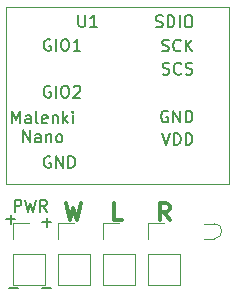
<source format=gto>
G04 #@! TF.GenerationSoftware,KiCad,Pcbnew,(6.0.7)*
G04 #@! TF.CreationDate,2022-08-30T17:39:21-06:00*
G04 #@! TF.ProjectId,malenki-1616-3A,6d616c65-6e6b-4692-9d31-3631362d3341,rev?*
G04 #@! TF.SameCoordinates,Original*
G04 #@! TF.FileFunction,Legend,Top*
G04 #@! TF.FilePolarity,Positive*
%FSLAX46Y46*%
G04 Gerber Fmt 4.6, Leading zero omitted, Abs format (unit mm)*
G04 Created by KiCad (PCBNEW (6.0.7)) date 2022-08-30 17:39:21*
%MOMM*%
%LPD*%
G01*
G04 APERTURE LIST*
%ADD10C,0.150000*%
%ADD11C,0.300000*%
%ADD12C,0.120000*%
%ADD13C,0.100000*%
%ADD14O,2.300000X2.000000*%
%ADD15R,2.200000X1.200000*%
%ADD16C,0.700000*%
%ADD17O,1.500000X0.800000*%
G04 APERTURE END LIST*
D10*
X139573047Y-79827428D02*
X140334952Y-79827428D01*
X139954000Y-80208380D02*
X139954000Y-79446476D01*
X139573047Y-85415428D02*
X140334952Y-85415428D01*
D11*
X146295000Y-79633333D02*
X145628333Y-79633333D01*
X145628333Y-78233333D01*
D10*
X137223666Y-78938380D02*
X137223666Y-77938380D01*
X137604619Y-77938380D01*
X137699857Y-77986000D01*
X137747476Y-78033619D01*
X137795095Y-78128857D01*
X137795095Y-78271714D01*
X137747476Y-78366952D01*
X137699857Y-78414571D01*
X137604619Y-78462190D01*
X137223666Y-78462190D01*
X138128428Y-77938380D02*
X138366523Y-78938380D01*
X138557000Y-78224095D01*
X138747476Y-78938380D01*
X138985571Y-77938380D01*
X139937952Y-78938380D02*
X139604619Y-78462190D01*
X139366523Y-78938380D02*
X139366523Y-77938380D01*
X139747476Y-77938380D01*
X139842714Y-77986000D01*
X139890333Y-78033619D01*
X139937952Y-78128857D01*
X139937952Y-78271714D01*
X139890333Y-78366952D01*
X139842714Y-78414571D01*
X139747476Y-78462190D01*
X139366523Y-78462190D01*
X136779047Y-85415428D02*
X137540952Y-85415428D01*
X136525047Y-79573428D02*
X137286952Y-79573428D01*
X136906000Y-79954380D02*
X136906000Y-79192476D01*
D11*
X150328333Y-79633333D02*
X149861666Y-78966666D01*
X149528333Y-79633333D02*
X149528333Y-78233333D01*
X150061666Y-78233333D01*
X150195000Y-78300000D01*
X150261666Y-78366666D01*
X150328333Y-78500000D01*
X150328333Y-78700000D01*
X150261666Y-78833333D01*
X150195000Y-78900000D01*
X150061666Y-78966666D01*
X149528333Y-78966666D01*
D10*
X137001571Y-71465880D02*
X137001571Y-70465880D01*
X137334904Y-71180166D01*
X137668238Y-70465880D01*
X137668238Y-71465880D01*
X138573000Y-71465880D02*
X138573000Y-70942071D01*
X138525380Y-70846833D01*
X138430142Y-70799214D01*
X138239666Y-70799214D01*
X138144428Y-70846833D01*
X138573000Y-71418261D02*
X138477761Y-71465880D01*
X138239666Y-71465880D01*
X138144428Y-71418261D01*
X138096809Y-71323023D01*
X138096809Y-71227785D01*
X138144428Y-71132547D01*
X138239666Y-71084928D01*
X138477761Y-71084928D01*
X138573000Y-71037309D01*
X139192047Y-71465880D02*
X139096809Y-71418261D01*
X139049190Y-71323023D01*
X139049190Y-70465880D01*
X139953952Y-71418261D02*
X139858714Y-71465880D01*
X139668238Y-71465880D01*
X139573000Y-71418261D01*
X139525380Y-71323023D01*
X139525380Y-70942071D01*
X139573000Y-70846833D01*
X139668238Y-70799214D01*
X139858714Y-70799214D01*
X139953952Y-70846833D01*
X140001571Y-70942071D01*
X140001571Y-71037309D01*
X139525380Y-71132547D01*
X140430142Y-70799214D02*
X140430142Y-71465880D01*
X140430142Y-70894452D02*
X140477761Y-70846833D01*
X140573000Y-70799214D01*
X140715857Y-70799214D01*
X140811095Y-70846833D01*
X140858714Y-70942071D01*
X140858714Y-71465880D01*
X141334904Y-71465880D02*
X141334904Y-70465880D01*
X141430142Y-71084928D02*
X141715857Y-71465880D01*
X141715857Y-70799214D02*
X141334904Y-71180166D01*
X142144428Y-71465880D02*
X142144428Y-70799214D01*
X142144428Y-70465880D02*
X142096809Y-70513500D01*
X142144428Y-70561119D01*
X142192047Y-70513500D01*
X142144428Y-70465880D01*
X142144428Y-70561119D01*
X137930142Y-73075880D02*
X137930142Y-72075880D01*
X138501571Y-73075880D01*
X138501571Y-72075880D01*
X139406333Y-73075880D02*
X139406333Y-72552071D01*
X139358714Y-72456833D01*
X139263476Y-72409214D01*
X139073000Y-72409214D01*
X138977761Y-72456833D01*
X139406333Y-73028261D02*
X139311095Y-73075880D01*
X139073000Y-73075880D01*
X138977761Y-73028261D01*
X138930142Y-72933023D01*
X138930142Y-72837785D01*
X138977761Y-72742547D01*
X139073000Y-72694928D01*
X139311095Y-72694928D01*
X139406333Y-72647309D01*
X139882523Y-72409214D02*
X139882523Y-73075880D01*
X139882523Y-72504452D02*
X139930142Y-72456833D01*
X140025380Y-72409214D01*
X140168238Y-72409214D01*
X140263476Y-72456833D01*
X140311095Y-72552071D01*
X140311095Y-73075880D01*
X140930142Y-73075880D02*
X140834904Y-73028261D01*
X140787285Y-72980642D01*
X140739666Y-72885404D01*
X140739666Y-72599690D01*
X140787285Y-72504452D01*
X140834904Y-72456833D01*
X140930142Y-72409214D01*
X141073000Y-72409214D01*
X141168238Y-72456833D01*
X141215857Y-72504452D01*
X141263476Y-72599690D01*
X141263476Y-72885404D01*
X141215857Y-72980642D01*
X141168238Y-73028261D01*
X141073000Y-73075880D01*
X140930142Y-73075880D01*
D11*
X141595000Y-78233333D02*
X141928333Y-79633333D01*
X142195000Y-78633333D01*
X142461666Y-79633333D01*
X142795000Y-78233333D01*
D10*
X142611095Y-62286380D02*
X142611095Y-63095904D01*
X142658714Y-63191142D01*
X142706333Y-63238761D01*
X142801571Y-63286380D01*
X142992047Y-63286380D01*
X143087285Y-63238761D01*
X143134904Y-63191142D01*
X143182523Y-63095904D01*
X143182523Y-62286380D01*
X144182523Y-63286380D02*
X143611095Y-63286380D01*
X143896809Y-63286380D02*
X143896809Y-62286380D01*
X143801571Y-62429238D01*
X143706333Y-62524476D01*
X143611095Y-62572095D01*
X149746809Y-67288761D02*
X149889666Y-67336380D01*
X150127761Y-67336380D01*
X150222999Y-67288761D01*
X150270618Y-67241142D01*
X150318237Y-67145904D01*
X150318237Y-67050666D01*
X150270618Y-66955428D01*
X150222999Y-66907809D01*
X150127761Y-66860190D01*
X149937285Y-66812571D01*
X149842047Y-66764952D01*
X149794428Y-66717333D01*
X149746809Y-66622095D01*
X149746809Y-66526857D01*
X149794428Y-66431619D01*
X149842047Y-66384000D01*
X149937285Y-66336380D01*
X150175380Y-66336380D01*
X150318237Y-66384000D01*
X151318237Y-67241142D02*
X151270618Y-67288761D01*
X151127761Y-67336380D01*
X151032523Y-67336380D01*
X150889666Y-67288761D01*
X150794428Y-67193523D01*
X150746809Y-67098285D01*
X150699190Y-66907809D01*
X150699190Y-66764952D01*
X150746809Y-66574476D01*
X150794428Y-66479238D01*
X150889666Y-66384000D01*
X151032523Y-66336380D01*
X151127761Y-66336380D01*
X151270618Y-66384000D01*
X151318237Y-66431619D01*
X151699190Y-67288761D02*
X151842047Y-67336380D01*
X152080142Y-67336380D01*
X152175380Y-67288761D01*
X152222999Y-67241142D01*
X152270618Y-67145904D01*
X152270618Y-67050666D01*
X152222999Y-66955428D01*
X152175380Y-66907809D01*
X152080142Y-66860190D01*
X151889666Y-66812571D01*
X151794428Y-66764952D01*
X151746809Y-66717333D01*
X151699190Y-66622095D01*
X151699190Y-66526857D01*
X151746809Y-66431619D01*
X151794428Y-66384000D01*
X151889666Y-66336380D01*
X152127761Y-66336380D01*
X152270618Y-66384000D01*
X149699189Y-65338761D02*
X149842046Y-65386380D01*
X150080142Y-65386380D01*
X150175380Y-65338761D01*
X150222999Y-65291142D01*
X150270618Y-65195904D01*
X150270618Y-65100666D01*
X150222999Y-65005428D01*
X150175380Y-64957809D01*
X150080142Y-64910190D01*
X149889665Y-64862571D01*
X149794427Y-64814952D01*
X149746808Y-64767333D01*
X149699189Y-64672095D01*
X149699189Y-64576857D01*
X149746808Y-64481619D01*
X149794427Y-64434000D01*
X149889665Y-64386380D01*
X150127761Y-64386380D01*
X150270618Y-64434000D01*
X151270618Y-65291142D02*
X151222999Y-65338761D01*
X151080142Y-65386380D01*
X150984904Y-65386380D01*
X150842046Y-65338761D01*
X150746808Y-65243523D01*
X150699189Y-65148285D01*
X150651570Y-64957809D01*
X150651570Y-64814952D01*
X150699189Y-64624476D01*
X150746808Y-64529238D01*
X150842046Y-64434000D01*
X150984904Y-64386380D01*
X151080142Y-64386380D01*
X151222999Y-64434000D01*
X151270618Y-64481619D01*
X151699189Y-65386380D02*
X151699189Y-64386380D01*
X152270618Y-65386380D02*
X151842046Y-64814952D01*
X152270618Y-64386380D02*
X151699189Y-64957809D01*
X140246809Y-74284000D02*
X140151571Y-74236380D01*
X140008714Y-74236380D01*
X139865856Y-74284000D01*
X139770618Y-74379238D01*
X139722999Y-74474476D01*
X139675380Y-74664952D01*
X139675380Y-74807809D01*
X139722999Y-74998285D01*
X139770618Y-75093523D01*
X139865856Y-75188761D01*
X140008714Y-75236380D01*
X140103952Y-75236380D01*
X140246809Y-75188761D01*
X140294428Y-75141142D01*
X140294428Y-74807809D01*
X140103952Y-74807809D01*
X140722999Y-75236380D02*
X140722999Y-74236380D01*
X141294428Y-75236380D01*
X141294428Y-74236380D01*
X141770618Y-75236380D02*
X141770618Y-74236380D01*
X142008714Y-74236380D01*
X142151571Y-74284000D01*
X142246809Y-74379238D01*
X142294428Y-74474476D01*
X142342047Y-74664952D01*
X142342047Y-74807809D01*
X142294428Y-74998285D01*
X142246809Y-75093523D01*
X142151571Y-75188761D01*
X142008714Y-75236380D01*
X141770618Y-75236380D01*
X150175380Y-70434000D02*
X150080142Y-70386380D01*
X149937285Y-70386380D01*
X149794427Y-70434000D01*
X149699189Y-70529238D01*
X149651570Y-70624476D01*
X149603951Y-70814952D01*
X149603951Y-70957809D01*
X149651570Y-71148285D01*
X149699189Y-71243523D01*
X149794427Y-71338761D01*
X149937285Y-71386380D01*
X150032523Y-71386380D01*
X150175380Y-71338761D01*
X150222999Y-71291142D01*
X150222999Y-70957809D01*
X150032523Y-70957809D01*
X150651570Y-71386380D02*
X150651570Y-70386380D01*
X151222999Y-71386380D01*
X151222999Y-70386380D01*
X151699189Y-71386380D02*
X151699189Y-70386380D01*
X151937285Y-70386380D01*
X152080142Y-70434000D01*
X152175380Y-70529238D01*
X152222999Y-70624476D01*
X152270618Y-70814952D01*
X152270618Y-70957809D01*
X152222999Y-71148285D01*
X152175380Y-71243523D01*
X152080142Y-71338761D01*
X151937285Y-71386380D01*
X151699189Y-71386380D01*
X149175380Y-63288761D02*
X149318238Y-63336380D01*
X149556333Y-63336380D01*
X149651571Y-63288761D01*
X149699190Y-63241142D01*
X149746809Y-63145904D01*
X149746809Y-63050666D01*
X149699190Y-62955428D01*
X149651571Y-62907809D01*
X149556333Y-62860190D01*
X149365857Y-62812571D01*
X149270619Y-62764952D01*
X149223000Y-62717333D01*
X149175380Y-62622095D01*
X149175380Y-62526857D01*
X149223000Y-62431619D01*
X149270619Y-62384000D01*
X149365857Y-62336380D01*
X149603952Y-62336380D01*
X149746809Y-62384000D01*
X150175380Y-63336380D02*
X150175380Y-62336380D01*
X150413476Y-62336380D01*
X150556333Y-62384000D01*
X150651571Y-62479238D01*
X150699190Y-62574476D01*
X150746809Y-62764952D01*
X150746809Y-62907809D01*
X150699190Y-63098285D01*
X150651571Y-63193523D01*
X150556333Y-63288761D01*
X150413476Y-63336380D01*
X150175380Y-63336380D01*
X151175380Y-63336380D02*
X151175380Y-62336380D01*
X151842047Y-62336380D02*
X152032523Y-62336380D01*
X152127761Y-62384000D01*
X152223000Y-62479238D01*
X152270619Y-62669714D01*
X152270619Y-63003047D01*
X152223000Y-63193523D01*
X152127761Y-63288761D01*
X152032523Y-63336380D01*
X151842047Y-63336380D01*
X151746809Y-63288761D01*
X151651571Y-63193523D01*
X151603952Y-63003047D01*
X151603952Y-62669714D01*
X151651571Y-62479238D01*
X151746809Y-62384000D01*
X151842047Y-62336380D01*
X140246809Y-68334000D02*
X140151571Y-68286380D01*
X140008714Y-68286380D01*
X139865857Y-68334000D01*
X139770619Y-68429238D01*
X139723000Y-68524476D01*
X139675380Y-68714952D01*
X139675380Y-68857809D01*
X139723000Y-69048285D01*
X139770619Y-69143523D01*
X139865857Y-69238761D01*
X140008714Y-69286380D01*
X140103952Y-69286380D01*
X140246809Y-69238761D01*
X140294428Y-69191142D01*
X140294428Y-68857809D01*
X140103952Y-68857809D01*
X140723000Y-69286380D02*
X140723000Y-68286380D01*
X141389666Y-68286380D02*
X141580142Y-68286380D01*
X141675380Y-68334000D01*
X141770619Y-68429238D01*
X141818238Y-68619714D01*
X141818238Y-68953047D01*
X141770619Y-69143523D01*
X141675380Y-69238761D01*
X141580142Y-69286380D01*
X141389666Y-69286380D01*
X141294428Y-69238761D01*
X141199190Y-69143523D01*
X141151571Y-68953047D01*
X141151571Y-68619714D01*
X141199190Y-68429238D01*
X141294428Y-68334000D01*
X141389666Y-68286380D01*
X142199190Y-68381619D02*
X142246809Y-68334000D01*
X142342047Y-68286380D01*
X142580142Y-68286380D01*
X142675380Y-68334000D01*
X142723000Y-68381619D01*
X142770619Y-68476857D01*
X142770619Y-68572095D01*
X142723000Y-68714952D01*
X142151571Y-69286380D01*
X142770619Y-69286380D01*
X149699189Y-72286380D02*
X150032523Y-73286380D01*
X150365856Y-72286380D01*
X150699189Y-73286380D02*
X150699189Y-72286380D01*
X150937284Y-72286380D01*
X151080142Y-72334000D01*
X151175380Y-72429238D01*
X151222999Y-72524476D01*
X151270618Y-72714952D01*
X151270618Y-72857809D01*
X151222999Y-73048285D01*
X151175380Y-73143523D01*
X151080142Y-73238761D01*
X150937284Y-73286380D01*
X150699189Y-73286380D01*
X151699189Y-73286380D02*
X151699189Y-72286380D01*
X151937284Y-72286380D01*
X152080142Y-72334000D01*
X152175380Y-72429238D01*
X152222999Y-72524476D01*
X152270618Y-72714952D01*
X152270618Y-72857809D01*
X152222999Y-73048285D01*
X152175380Y-73143523D01*
X152080142Y-73238761D01*
X151937284Y-73286380D01*
X151699189Y-73286380D01*
X140246809Y-64384000D02*
X140151571Y-64336380D01*
X140008714Y-64336380D01*
X139865857Y-64384000D01*
X139770619Y-64479238D01*
X139723000Y-64574476D01*
X139675380Y-64764952D01*
X139675380Y-64907809D01*
X139723000Y-65098285D01*
X139770619Y-65193523D01*
X139865857Y-65288761D01*
X140008714Y-65336380D01*
X140103952Y-65336380D01*
X140246809Y-65288761D01*
X140294428Y-65241142D01*
X140294428Y-64907809D01*
X140103952Y-64907809D01*
X140723000Y-65336380D02*
X140723000Y-64336380D01*
X141389666Y-64336380D02*
X141580142Y-64336380D01*
X141675380Y-64384000D01*
X141770619Y-64479238D01*
X141818238Y-64669714D01*
X141818238Y-65003047D01*
X141770619Y-65193523D01*
X141675380Y-65288761D01*
X141580142Y-65336380D01*
X141389666Y-65336380D01*
X141294428Y-65288761D01*
X141199190Y-65193523D01*
X141151571Y-65003047D01*
X141151571Y-64669714D01*
X141199190Y-64479238D01*
X141294428Y-64384000D01*
X141389666Y-64336380D01*
X142770619Y-65336380D02*
X142199190Y-65336380D01*
X142484904Y-65336380D02*
X142484904Y-64336380D01*
X142389666Y-64479238D01*
X142294428Y-64574476D01*
X142199190Y-64622095D01*
D12*
X137100000Y-82550000D02*
X137100000Y-85150000D01*
X137100000Y-85150000D02*
X139760000Y-85150000D01*
X139760000Y-82550000D02*
X139760000Y-85150000D01*
X137100000Y-81280000D02*
X137100000Y-79950000D01*
X137100000Y-79950000D02*
X138430000Y-79950000D01*
X137100000Y-82550000D02*
X139760000Y-82550000D01*
X143570000Y-82550000D02*
X143570000Y-85150000D01*
X140910000Y-85150000D02*
X143570000Y-85150000D01*
X140910000Y-82550000D02*
X143570000Y-82550000D01*
X140910000Y-82550000D02*
X140910000Y-85150000D01*
X140910000Y-79950000D02*
X142240000Y-79950000D01*
X140910000Y-81280000D02*
X140910000Y-79950000D01*
X144720000Y-82550000D02*
X147380000Y-82550000D01*
X144720000Y-85150000D02*
X147380000Y-85150000D01*
X144720000Y-82550000D02*
X144720000Y-85150000D01*
X144720000Y-79950000D02*
X146050000Y-79950000D01*
X144720000Y-81280000D02*
X144720000Y-79950000D01*
X147380000Y-82550000D02*
X147380000Y-85150000D01*
X148530000Y-81280000D02*
X148530000Y-79950000D01*
X148530000Y-85150000D02*
X151190000Y-85150000D01*
X148530000Y-82550000D02*
X148530000Y-85150000D01*
X151190000Y-82550000D02*
X151190000Y-85150000D01*
X148530000Y-82550000D02*
X151190000Y-82550000D01*
X148530000Y-79950000D02*
X149860000Y-79950000D01*
X136523000Y-76634000D02*
X136523000Y-61634000D01*
X155323000Y-61634000D02*
X155323000Y-76634000D01*
X136523000Y-61634000D02*
X155323000Y-61634000D01*
X155323000Y-76634000D02*
X136523000Y-76634000D01*
D13*
X154119000Y-79960000D02*
X153230000Y-79960000D01*
X154119000Y-81230000D02*
X153230000Y-81230000D01*
X154119000Y-81230000D02*
G75*
G03*
X154119000Y-79960000I0J635000D01*
G01*
%LPC*%
D14*
X138430000Y-81280000D03*
X138430000Y-83820000D03*
X142240000Y-81280000D03*
X142240000Y-83820000D03*
X146050000Y-81280000D03*
X146050000Y-83820000D03*
X149860000Y-81280000D03*
X149860000Y-83820000D03*
D15*
X138123000Y-62834000D03*
X138123000Y-64834000D03*
X138123000Y-68834000D03*
X138123000Y-74834000D03*
X153723000Y-74834000D03*
X153723000Y-72834000D03*
X153723000Y-70834000D03*
X153723000Y-66834000D03*
X153723000Y-64834000D03*
X153723000Y-62834000D03*
D16*
X152595000Y-81230000D03*
X152595000Y-79960000D03*
X152595000Y-83770000D03*
X152595000Y-82500000D03*
X152595000Y-85040000D03*
D17*
X153750000Y-80595000D03*
X153750000Y-81865000D03*
X153750000Y-83135000D03*
X153750000Y-84405000D03*
M02*

</source>
